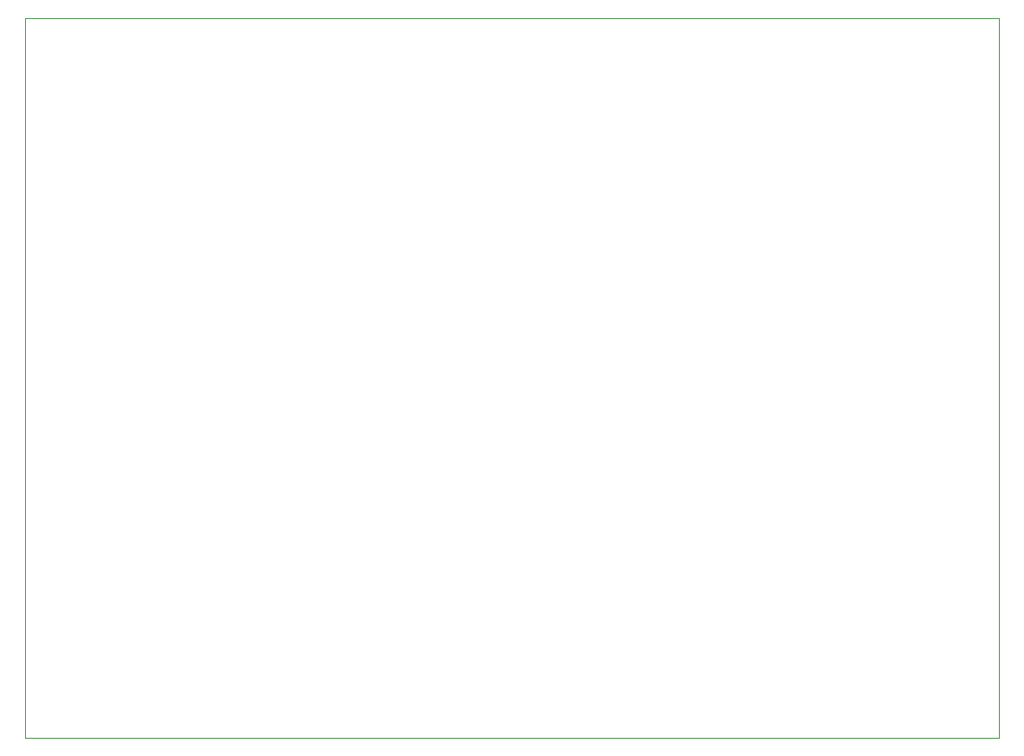
<source format=gbr>
%TF.GenerationSoftware,KiCad,Pcbnew,9.0.4*%
%TF.CreationDate,2025-09-02T22:33:32-03:00*%
%TF.ProjectId,sillion,73696c6c-696f-46e2-9e6b-696361645f70,rev?*%
%TF.SameCoordinates,Original*%
%TF.FileFunction,Profile,NP*%
%FSLAX46Y46*%
G04 Gerber Fmt 4.6, Leading zero omitted, Abs format (unit mm)*
G04 Created by KiCad (PCBNEW 9.0.4) date 2025-09-02 22:33:32*
%MOMM*%
%LPD*%
G01*
G04 APERTURE LIST*
%TA.AperFunction,Profile*%
%ADD10C,0.050000*%
%TD*%
G04 APERTURE END LIST*
D10*
X78500000Y-18500000D02*
X174000000Y-18500000D01*
X174000000Y-89000000D01*
X78500000Y-89000000D01*
X78500000Y-18500000D01*
M02*

</source>
